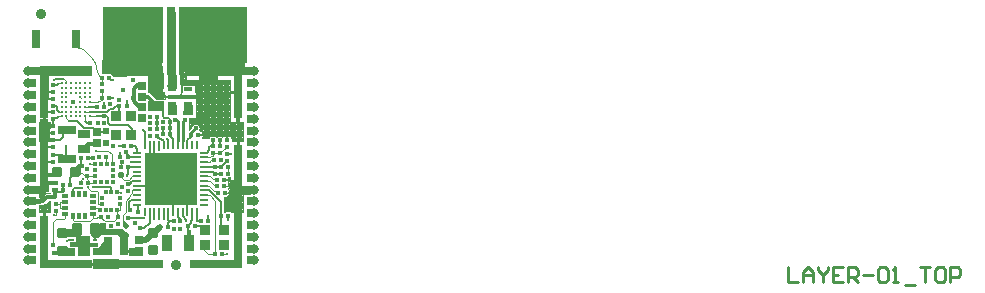
<source format=gtl>
G04*
G04 #@! TF.GenerationSoftware,Altium Limited,Altium Designer,19.0.10 (269)*
G04*
G04 Layer_Physical_Order=1*
G04 Layer_Color=255*
%FSLAX24Y24*%
%MOIN*%
G70*
G01*
G75*
%ADD10C,0.0100*%
%ADD11C,0.0079*%
%ADD12C,0.0118*%
%ADD13C,0.0039*%
%ADD16C,0.0059*%
%ADD19R,0.0315X0.0118*%
%ADD22R,0.0591X0.0295*%
%ADD25R,0.0787X0.1772*%
%ADD26R,0.0315X0.0748*%
G04:AMPARAMS|DCode=27|XSize=11.8mil|YSize=11.8mil|CornerRadius=0.3mil|HoleSize=0mil|Usage=FLASHONLY|Rotation=0.000|XOffset=0mil|YOffset=0mil|HoleType=Round|Shape=RoundedRectangle|*
%AMROUNDEDRECTD27*
21,1,0.0118,0.0112,0,0,0.0*
21,1,0.0112,0.0118,0,0,0.0*
1,1,0.0006,0.0056,-0.0056*
1,1,0.0006,-0.0056,-0.0056*
1,1,0.0006,-0.0056,0.0056*
1,1,0.0006,0.0056,0.0056*
%
%ADD27ROUNDEDRECTD27*%
%ADD28R,0.0276X0.0079*%
%ADD29R,0.0079X0.0276*%
G04:AMPARAMS|DCode=30|XSize=39.4mil|YSize=23.6mil|CornerRadius=0.6mil|HoleSize=0mil|Usage=FLASHONLY|Rotation=0.000|XOffset=0mil|YOffset=0mil|HoleType=Round|Shape=RoundedRectangle|*
%AMROUNDEDRECTD30*
21,1,0.0394,0.0224,0,0,0.0*
21,1,0.0382,0.0236,0,0,0.0*
1,1,0.0012,0.0191,-0.0112*
1,1,0.0012,-0.0191,-0.0112*
1,1,0.0012,-0.0191,0.0112*
1,1,0.0012,0.0191,0.0112*
%
%ADD30ROUNDEDRECTD30*%
%ADD31R,0.0118X0.0118*%
%ADD32R,0.0315X0.0630*%
G04:AMPARAMS|DCode=33|XSize=25.2mil|YSize=24mil|CornerRadius=0.6mil|HoleSize=0mil|Usage=FLASHONLY|Rotation=180.000|XOffset=0mil|YOffset=0mil|HoleType=Round|Shape=RoundedRectangle|*
%AMROUNDEDRECTD33*
21,1,0.0252,0.0228,0,0,180.0*
21,1,0.0240,0.0240,0,0,180.0*
1,1,0.0012,-0.0120,0.0114*
1,1,0.0012,0.0120,0.0114*
1,1,0.0012,0.0120,-0.0114*
1,1,0.0012,-0.0120,-0.0114*
%
%ADD33ROUNDEDRECTD33*%
%ADD38R,0.0236X0.0138*%
G04:AMPARAMS|DCode=39|XSize=35.4mil|YSize=51.2mil|CornerRadius=0.9mil|HoleSize=0mil|Usage=FLASHONLY|Rotation=270.000|XOffset=0mil|YOffset=0mil|HoleType=Round|Shape=RoundedRectangle|*
%AMROUNDEDRECTD39*
21,1,0.0354,0.0494,0,0,270.0*
21,1,0.0337,0.0512,0,0,270.0*
1,1,0.0018,-0.0247,-0.0168*
1,1,0.0018,-0.0247,0.0168*
1,1,0.0018,0.0247,0.0168*
1,1,0.0018,0.0247,-0.0168*
%
%ADD39ROUNDEDRECTD39*%
G04:AMPARAMS|DCode=40|XSize=31.5mil|YSize=31.5mil|CornerRadius=0.8mil|HoleSize=0mil|Usage=FLASHONLY|Rotation=0.000|XOffset=0mil|YOffset=0mil|HoleType=Round|Shape=RoundedRectangle|*
%AMROUNDEDRECTD40*
21,1,0.0315,0.0299,0,0,0.0*
21,1,0.0299,0.0315,0,0,0.0*
1,1,0.0016,0.0150,-0.0150*
1,1,0.0016,-0.0150,-0.0150*
1,1,0.0016,-0.0150,0.0150*
1,1,0.0016,0.0150,0.0150*
%
%ADD40ROUNDEDRECTD40*%
G04:AMPARAMS|DCode=41|XSize=19.7mil|YSize=19.7mil|CornerRadius=0.5mil|HoleSize=0mil|Usage=FLASHONLY|Rotation=90.000|XOffset=0mil|YOffset=0mil|HoleType=Round|Shape=RoundedRectangle|*
%AMROUNDEDRECTD41*
21,1,0.0197,0.0187,0,0,90.0*
21,1,0.0187,0.0197,0,0,90.0*
1,1,0.0010,0.0094,0.0094*
1,1,0.0010,0.0094,-0.0094*
1,1,0.0010,-0.0094,-0.0094*
1,1,0.0010,-0.0094,0.0094*
%
%ADD41ROUNDEDRECTD41*%
G04:AMPARAMS|DCode=42|XSize=11.8mil|YSize=11.8mil|CornerRadius=0.3mil|HoleSize=0mil|Usage=FLASHONLY|Rotation=90.000|XOffset=0mil|YOffset=0mil|HoleType=Round|Shape=RoundedRectangle|*
%AMROUNDEDRECTD42*
21,1,0.0118,0.0112,0,0,90.0*
21,1,0.0112,0.0118,0,0,90.0*
1,1,0.0006,0.0056,0.0056*
1,1,0.0006,0.0056,-0.0056*
1,1,0.0006,-0.0056,-0.0056*
1,1,0.0006,-0.0056,0.0056*
%
%ADD42ROUNDEDRECTD42*%
%ADD43R,0.0315X0.1496*%
%ADD44R,0.1102X0.0354*%
%ADD45R,0.1496X0.0315*%
%ADD46R,0.1772X0.0315*%
%ADD47R,0.0315X0.1772*%
%ADD48R,0.1772X0.0354*%
%ADD49C,0.0118*%
G04:AMPARAMS|DCode=50|XSize=35.4mil|YSize=31.5mil|CornerRadius=0.2mil|HoleSize=0mil|Usage=FLASHONLY|Rotation=0.000|XOffset=0mil|YOffset=0mil|HoleType=Round|Shape=RoundedRectangle|*
%AMROUNDEDRECTD50*
21,1,0.0354,0.0312,0,0,0.0*
21,1,0.0351,0.0315,0,0,0.0*
1,1,0.0003,0.0176,-0.0156*
1,1,0.0003,-0.0176,-0.0156*
1,1,0.0003,-0.0176,0.0156*
1,1,0.0003,0.0176,0.0156*
%
%ADD50ROUNDEDRECTD50*%
G04:AMPARAMS|DCode=51|XSize=35.4mil|YSize=31.5mil|CornerRadius=0.2mil|HoleSize=0mil|Usage=FLASHONLY|Rotation=90.000|XOffset=0mil|YOffset=0mil|HoleType=Round|Shape=RoundedRectangle|*
%AMROUNDEDRECTD51*
21,1,0.0354,0.0312,0,0,90.0*
21,1,0.0351,0.0315,0,0,90.0*
1,1,0.0003,0.0156,0.0176*
1,1,0.0003,0.0156,-0.0176*
1,1,0.0003,-0.0156,-0.0176*
1,1,0.0003,-0.0156,0.0176*
%
%ADD51ROUNDEDRECTD51*%
G04:AMPARAMS|DCode=52|XSize=35.4mil|YSize=51.2mil|CornerRadius=0.9mil|HoleSize=0mil|Usage=FLASHONLY|Rotation=0.000|XOffset=0mil|YOffset=0mil|HoleType=Round|Shape=RoundedRectangle|*
%AMROUNDEDRECTD52*
21,1,0.0354,0.0494,0,0,0.0*
21,1,0.0337,0.0512,0,0,0.0*
1,1,0.0018,0.0168,-0.0247*
1,1,0.0018,-0.0168,-0.0247*
1,1,0.0018,-0.0168,0.0247*
1,1,0.0018,0.0168,0.0247*
%
%ADD52ROUNDEDRECTD52*%
G04:AMPARAMS|DCode=53|XSize=31.5mil|YSize=31.5mil|CornerRadius=0.8mil|HoleSize=0mil|Usage=FLASHONLY|Rotation=90.000|XOffset=0mil|YOffset=0mil|HoleType=Round|Shape=RoundedRectangle|*
%AMROUNDEDRECTD53*
21,1,0.0315,0.0299,0,0,90.0*
21,1,0.0299,0.0315,0,0,90.0*
1,1,0.0016,0.0150,0.0150*
1,1,0.0016,0.0150,-0.0150*
1,1,0.0016,-0.0150,-0.0150*
1,1,0.0016,-0.0150,0.0150*
%
%ADD53ROUNDEDRECTD53*%
%ADD100C,0.0039*%
%ADD101R,0.0394X0.0709*%
%ADD102R,0.0177X0.0098*%
%ADD103R,0.0177X0.0138*%
%ADD104O,0.0197X0.0236*%
%ADD105C,0.0197*%
%ADD106R,0.1732X0.1732*%
%ADD107R,0.0276X0.0315*%
%ADD108R,0.0226X0.0138*%
%ADD109R,0.0138X0.0226*%
%ADD110R,0.0148X0.0138*%
%ADD111R,0.0138X0.0148*%
%ADD112C,0.0354*%
%ADD113C,0.0315*%
%ADD114C,0.0049*%
%ADD115C,0.0197*%
%ADD116C,0.0100*%
%ADD117C,0.0098*%
%ADD118C,0.0138*%
%ADD119C,0.0075*%
%ADD120C,0.0071*%
%ADD121C,0.0047*%
%ADD122C,0.0055*%
%ADD123C,0.0276*%
%ADD124C,0.0157*%
%ADD125R,0.0039X0.0236*%
%ADD126R,0.2008X0.0295*%
%ADD127R,0.1988X0.0256*%
%ADD128R,0.0472X0.0256*%
%ADD129R,0.0217X0.0197*%
%ADD130R,0.2067X0.0472*%
%ADD131R,0.2008X0.0472*%
%ADD132R,0.0406X0.0283*%
%ADD133R,0.0344X0.0581*%
%ADD134R,0.0394X0.0089*%
%ADD135R,0.0108X0.0787*%
%ADD136R,0.0315X0.0748*%
%ADD137R,0.0876X0.0325*%
%ADD138R,0.0315X0.0728*%
%ADD139R,0.0305X0.0266*%
%ADD140R,0.0130X0.0354*%
%ADD141R,0.0285X0.0482*%
%ADD142R,0.0315X0.0118*%
%ADD143R,0.0581X0.0266*%
%ADD144R,0.0266X0.0354*%
%ADD145R,0.0630X0.0325*%
%ADD146R,0.0541X0.0236*%
%ADD147R,0.0325X0.0157*%
%ADD148R,0.0108X0.0197*%
%ADD149C,0.0315*%
%ADD150C,0.0126*%
%ADD151C,0.0157*%
%ADD152C,0.0177*%
%ADD153C,0.0091*%
%ADD154C,0.0205*%
%ADD155C,0.0098*%
G36*
X5122Y4439D02*
X5108D01*
X5119Y4472D01*
X5122D01*
Y4439D01*
D02*
G37*
G36*
X5030D02*
X5012D01*
Y4472D01*
X5019D01*
X5030Y4439D01*
D02*
G37*
G36*
X3327Y1668D02*
X3169Y1599D01*
X3159D01*
X3150Y1791D01*
X3327Y1668D01*
D02*
G37*
G36*
X3356Y1348D02*
Y1250D01*
X3041D01*
X2992Y1299D01*
Y1309D01*
X2441D01*
X2323Y1191D01*
X2146D01*
X2077Y1378D01*
Y1496D01*
X2598Y1506D01*
X3120D01*
X3356Y1348D01*
D02*
G37*
G36*
X1772Y1201D02*
X1929Y1043D01*
X2323D01*
Y896D01*
X1378D01*
Y1053D01*
X1594D01*
Y1230D01*
X1309D01*
X1280Y1201D01*
X1171D01*
Y1339D01*
X1161Y1348D01*
X1772D01*
Y1201D01*
D02*
G37*
G36*
X2805Y620D02*
X2146D01*
Y856D01*
X2364D01*
X2490Y1073D01*
X2805D01*
Y620D01*
D02*
G37*
G36*
X1346Y856D02*
X1555D01*
Y610D01*
X1191D01*
Y925D01*
X1270D01*
X1346Y856D01*
D02*
G37*
G36*
X4492Y8718D02*
X4490Y8701D01*
Y7049D01*
X3987D01*
Y6772D01*
X3887D01*
Y7049D01*
X3286D01*
Y6929D01*
X3179D01*
Y6959D01*
X2785D01*
Y6959D01*
X2785D01*
X2776Y6969D01*
Y6969D01*
X2480D01*
Y8898D01*
X4492D01*
Y8718D01*
D02*
G37*
G36*
X4516Y6512D02*
Y6165D01*
X4498Y6165D01*
Y5817D01*
X4252D01*
X4045Y6024D01*
X4006D01*
Y6159D01*
X4008Y6161D01*
X4006Y6211D01*
X4008D01*
Y6941D01*
X4016Y6949D01*
X4492D01*
X4516Y6512D01*
D02*
G37*
G36*
X4644Y5632D02*
Y5317D01*
X4959D01*
Y5632D01*
X4644D01*
D02*
G37*
G36*
X5179Y5632D02*
Y5317D01*
X5494D01*
Y5632D01*
X5179D01*
D02*
G37*
G36*
X4644Y6173D02*
X4634Y6299D01*
X4951Y6323D01*
X4955Y6209D01*
Y6169D01*
X4644Y6173D01*
D02*
G37*
G36*
X7283Y7049D02*
X7246D01*
Y7049D01*
X7038D01*
Y6063D01*
X6938D01*
Y7049D01*
X6310D01*
Y6772D01*
X6210D01*
Y7049D01*
X5274D01*
Y6929D01*
X5024D01*
X5018Y7044D01*
Y8701D01*
X5016Y8718D01*
Y8898D01*
X7283D01*
Y7049D01*
D02*
G37*
D10*
X531Y1063D02*
Y2049D01*
Y3563D02*
Y4411D01*
Y2715D02*
Y3563D01*
X1260Y335D02*
X2246D01*
X531Y5077D02*
Y6063D01*
X3286Y6772D02*
X3937D01*
X5274D02*
X6260D01*
X6988Y1063D02*
Y2049D01*
Y2715D02*
Y3563D01*
Y4411D01*
X6260Y6494D02*
Y6772D01*
X6988Y5077D02*
Y6063D01*
X6731D02*
X6988D01*
X25315Y234D02*
Y-266D01*
X25648D01*
X25815D02*
Y67D01*
X25981Y234D01*
X26148Y67D01*
Y-266D01*
Y-16D01*
X25815D01*
X26315Y234D02*
Y151D01*
X26481Y-16D01*
X26648Y151D01*
Y234D01*
X26481Y-16D02*
Y-266D01*
X27148Y234D02*
X26814D01*
Y-266D01*
X27148D01*
X26814Y-16D02*
X26981D01*
X27314Y-266D02*
Y234D01*
X27564D01*
X27648Y151D01*
Y-16D01*
X27564Y-99D01*
X27314D01*
X27481D02*
X27648Y-266D01*
X27814Y-16D02*
X28147D01*
X28314Y151D02*
X28397Y234D01*
X28564D01*
X28647Y151D01*
Y-182D01*
X28564Y-266D01*
X28397D01*
X28314Y-182D01*
Y151D01*
X28814Y-266D02*
X28980D01*
X28897D01*
Y234D01*
X28814Y151D01*
X29230Y-349D02*
X29564D01*
X29730Y234D02*
X30063D01*
X29897D01*
Y-266D01*
X30480Y234D02*
X30313D01*
X30230Y151D01*
Y-182D01*
X30313Y-266D01*
X30480D01*
X30563Y-182D01*
Y151D01*
X30480Y234D01*
X30730Y-266D02*
Y234D01*
X30980D01*
X31063Y151D01*
Y-16D01*
X30980Y-99D01*
X30730D01*
D11*
X2224Y1457D02*
X2234Y1447D01*
Y1142D02*
Y1447D01*
X2559Y728D02*
X2559Y728D01*
X2234Y728D02*
X2559D01*
X1122Y748D02*
X1122Y748D01*
X1467D01*
Y945D02*
X1811D01*
X1392Y3203D02*
X1457Y3268D01*
X4734Y4872D02*
Y5079D01*
X4532Y5217D02*
X4677D01*
X4717Y5177D01*
Y5079D02*
Y5177D01*
X3075Y3888D02*
Y4026D01*
X3819Y4803D02*
X3888Y4734D01*
X4281Y4823D02*
X4291Y4833D01*
Y5030D01*
Y5236D01*
X3366Y3888D02*
X3632D01*
X2520Y5256D02*
X2618D01*
X2244D02*
X2520D01*
X837Y3976D02*
X1122D01*
X551Y6063D02*
X837D01*
X541Y6053D02*
X551Y6043D01*
X5423Y1703D02*
Y1772D01*
X5315Y1594D02*
X5423Y1703D01*
X5315Y1427D02*
Y1594D01*
X2736Y4970D02*
X3327D01*
X2677Y5030D02*
X2736Y4970D01*
X2677Y5030D02*
Y5197D01*
X2618Y5256D02*
X2677Y5197D01*
X3455Y4616D02*
Y4842D01*
X3327Y4970D02*
X3455Y4842D01*
X610Y5846D02*
X837D01*
X541Y6053D02*
Y6053D01*
X531Y6063D02*
X541Y6053D01*
X3632Y2313D02*
X3669Y2276D01*
X581Y3740D02*
X837D01*
X6968Y5030D02*
Y6063D01*
X3888Y4301D02*
Y4734D01*
X4675Y4301D02*
Y4474D01*
X5256Y1752D02*
Y1815D01*
X5248Y6634D02*
X5388D01*
X5256Y6697D02*
X5396D01*
X4498Y4862D02*
X4498Y4862D01*
Y4695D02*
Y4862D01*
X4734Y4872D02*
X4734Y4872D01*
X4518Y4307D02*
Y4432D01*
X4432Y4518D02*
X4518Y4432D01*
X4409Y4518D02*
X4432D01*
X4045Y3898D02*
X4045Y3898D01*
X4045Y3898D02*
Y4301D01*
X610Y5846D02*
X612Y5844D01*
X640Y5423D02*
X644Y5427D01*
Y5394D02*
X837D01*
X4394Y6898D02*
X4411Y6880D01*
X5413Y6683D02*
X5423Y6693D01*
X541Y6053D02*
X551Y6063D01*
X4203Y4026D02*
Y4196D01*
X5305Y2087D02*
Y2657D01*
X4833Y2087D02*
Y3130D01*
X6909Y5285D02*
X6909Y5285D01*
X4203Y1860D02*
Y2057D01*
X4358Y1843D02*
X4360Y1844D01*
Y2057D01*
X4518Y1844D02*
Y2057D01*
X5148Y1923D02*
Y2057D01*
Y1923D02*
X5256Y1815D01*
X6978Y4154D02*
X6998Y4134D01*
X4990Y1900D02*
Y2057D01*
Y1900D02*
X5049Y1841D01*
X3632Y2943D02*
X4114D01*
X3339Y3573D02*
X3632D01*
X4518Y2972D02*
X4754Y3209D01*
X4833Y3130D01*
X4203Y3760D02*
X4754Y3209D01*
X4833Y3130D02*
X5305Y2657D01*
X3730Y1526D02*
X3854D01*
X4045Y1717D01*
Y2057D01*
X5463Y1811D02*
Y2057D01*
X5423Y1772D02*
X5463Y1811D01*
X5581Y1594D02*
X5732D01*
X4380Y4547D02*
X4409Y4518D01*
X4291Y4587D02*
Y4616D01*
X4331Y4547D02*
X4380D01*
X4291Y4587D02*
X4301Y4577D01*
X4331Y4547D01*
X4632Y4518D02*
X4675Y4474D01*
X4734Y4596D02*
Y4872D01*
Y4596D02*
X4833Y4498D01*
Y4301D02*
Y4498D01*
X4675Y1791D02*
Y2057D01*
Y1791D02*
X4715Y1752D01*
X4852D01*
X4852Y1752D01*
X4665Y1555D02*
Y1703D01*
X4715Y1752D01*
X5659Y4626D02*
X5817D01*
X5659D02*
Y4626D01*
X4301Y4577D02*
Y4636D01*
X5049Y1742D02*
Y1841D01*
X3669Y2059D02*
Y2276D01*
X3317Y1860D02*
X3327Y1870D01*
X4484Y5264D02*
X4532Y5217D01*
X4484Y5264D02*
Y5476D01*
X4455Y5915D02*
X4801D01*
X4402Y5992D02*
X4467Y5927D01*
X3421Y4264D02*
X3545D01*
X3632Y4177D01*
Y4045D02*
Y4177D01*
X3037Y4264D02*
X3185D01*
X3031Y4258D02*
X3037Y4264D01*
X2840Y4275D02*
X2843D01*
X3311Y3888D02*
Y3982D01*
X3258Y4035D02*
X3311Y3982D01*
X3339Y3344D02*
Y3573D01*
X3287Y3293D02*
X3339Y3344D01*
X3415Y2470D02*
X3632D01*
X3346Y2402D02*
X3415Y2470D01*
X3346Y2185D02*
Y2402D01*
Y2185D02*
X3406Y2126D01*
X1768Y3616D02*
Y3878D01*
X1392Y2972D02*
Y3203D01*
X925Y2746D02*
X1167D01*
Y2972D01*
X1850Y945D02*
X2234D01*
X1732Y335D02*
X1850Y453D01*
X1614Y335D02*
X1732D01*
X1575Y374D02*
X1614Y335D01*
X1811Y945D02*
X1831Y925D01*
X3327Y1870D02*
X3848D01*
X3888Y1909D01*
X1992Y3878D02*
X2175D01*
X1738Y3616D02*
X1772Y3583D01*
X1122Y3976D02*
X1240Y3858D01*
D12*
X1102Y709D02*
X1122Y728D01*
X866Y709D02*
X1102D01*
X5337Y5915D02*
X5370D01*
X5071D02*
X5337D01*
X3661Y5610D02*
X3742D01*
X3514Y5758D02*
Y6171D01*
X3742Y5610D02*
X3791Y5561D01*
X3514Y6171D02*
X3632Y6289D01*
X3789D01*
X640Y3287D02*
X984D01*
X581Y2904D02*
X581Y2904D01*
X561Y3031D02*
X906D01*
X1850Y4193D02*
X2008Y4350D01*
X2244D01*
X6427Y1549D02*
X6504Y1472D01*
X4266Y5541D02*
Y5600D01*
X5344Y1093D02*
Y1417D01*
X3799Y5886D02*
X3996D01*
X4281Y5600D01*
X3514Y5758D02*
X3661Y5610D01*
X4864Y5915D02*
X5071D01*
X5337D02*
X5573D01*
D13*
X2434Y5778D02*
G03*
X2447Y5809I-31J31D01*
G01*
X2445Y5878D02*
G03*
X2447Y5892I-172J27D01*
G01*
X2313Y5728D02*
G03*
X2434Y5778I0J171D01*
G01*
X2303Y6762D02*
G03*
X2366Y6611I214J0D01*
G01*
X2303Y6762D02*
G03*
X2115Y7215I-642J0D01*
G01*
X1585Y7825D02*
G03*
X1668Y7623I285J0D01*
G01*
X1585Y7825D02*
G03*
X1640Y7690I190J0D01*
G01*
X1849Y7482D02*
G03*
X1734Y7530I-115J-115D01*
G01*
X365Y2285D02*
G03*
X396Y2293I-21J136D01*
G01*
Y2549D02*
G03*
X364Y2558I-51J-128D01*
G01*
X497Y2293D02*
G03*
X592Y2331I5J128D01*
G01*
X640Y2687D02*
G03*
X549Y2650I0J-128D01*
G01*
X640Y2687D02*
G03*
X549Y2650I0J-128D01*
G01*
X679Y4639D02*
G03*
X722Y4556I101J0D01*
G01*
X730Y4839D02*
G03*
X679Y4751I50J-88D01*
G01*
X719Y4875D02*
G03*
X730Y4839I62J0D01*
G01*
X742Y5036D02*
G03*
X719Y4987I38J-49D01*
G01*
X2841Y6586D02*
G03*
X2776Y6680I-101J0D01*
G01*
X4545Y5819D02*
G03*
X4507Y5831I-38J-56D01*
G01*
X6607Y2087D02*
G03*
X6540Y2061I0J-101D01*
G01*
X6673Y3186D02*
G03*
X6664Y3228I-101J0D01*
G01*
X6666Y3036D02*
G03*
X6673Y3074I-94J38D01*
G01*
X6605Y2559D02*
G03*
X6707Y2660I0J101D01*
G01*
X6683Y2979D02*
G03*
X6666Y3036I-101J0D01*
G01*
X6707Y2773D02*
G03*
X6680Y2841I-101J0D01*
G01*
X5808Y4528D02*
G03*
X5817Y4570I-92J42D01*
G01*
X6101Y4596D02*
G03*
X6039Y4534I0J-62D01*
G01*
X6486Y4574D02*
G03*
X6438Y4596I-48J-40D01*
G01*
X6270Y4561D02*
G03*
X6214Y4596I-56J-26D01*
G01*
X6326D02*
G03*
X6270Y4561I0J-62D01*
G01*
X6568Y4616D02*
G03*
X6486Y4574I0J-101D01*
G01*
X6777Y2069D02*
G03*
X6719Y2087I-58J-83D01*
G01*
X6781Y4515D02*
G03*
X6680Y4616I-101J0D01*
G01*
X5728Y4852D02*
G03*
X5436Y4880I-148J0D01*
G01*
X5817Y4682D02*
G03*
X5716Y4783I-101J0D01*
G01*
X5711D02*
G03*
X5728Y4852I-131J69D01*
G01*
X1654Y3366D02*
X1791D01*
X1889Y3268D01*
X1969D01*
X876Y1969D02*
X925D01*
X925Y1969D01*
X915Y1821D02*
X1191D01*
X827Y1732D02*
X915Y1821D01*
X1191D02*
X1240Y1870D01*
X2292Y2205D02*
X2377Y2120D01*
X2156Y2205D02*
X2292D01*
X2303Y1890D02*
X2441D01*
X3150Y1693D02*
X3248Y1594D01*
X3150Y1693D02*
Y1969D01*
X3248Y2067D01*
Y2442D01*
X3391Y2585D01*
Y2648D01*
X1199Y6508D02*
X1270Y6437D01*
X2447Y6293D02*
Y6323D01*
X1900Y5089D02*
Y5256D01*
X1014Y6358D02*
X1112D01*
X2057Y5256D02*
X2244D01*
X1900Y5728D02*
X1900D01*
X1270Y5197D02*
X1348Y5118D01*
X1270Y5197D02*
Y5256D01*
X1014Y5256D02*
X1112D01*
X1270Y6358D02*
Y6437D01*
X2447Y5892D02*
Y6057D01*
X1762Y5866D02*
Y5866D01*
X1024Y5413D02*
X1112D01*
X1900D02*
X2018D01*
X1900Y5571D02*
X2018D01*
X2447Y5809D02*
Y5880D01*
X2445Y5878D02*
X2447Y5880D01*
X2057Y5728D02*
X2313D01*
X2447Y6323D02*
Y6530D01*
X2447Y6323D02*
X2447Y6323D01*
X2366Y6611D02*
X2366Y6611D01*
X2447Y6530D01*
X1673Y7530D02*
X1734D01*
X1849Y7482D02*
X2115Y7215D01*
X3445Y2776D02*
X3455Y2785D01*
X3445Y2702D02*
Y2776D01*
X3455Y2785D02*
X3632D01*
X3391Y2648D02*
X3445Y2702D01*
X896Y2717D02*
X925Y2746D01*
X3455Y3258D02*
X3632D01*
X3346Y3150D02*
X3455Y3258D01*
X3189Y3150D02*
X3346D01*
X3130Y3209D02*
X3189Y3150D01*
X1063Y2402D02*
X1240D01*
X1063Y2205D02*
X1240D01*
X1063Y2402D02*
X1063Y2402D01*
X925Y2343D02*
X1063D01*
X1063Y2343D01*
X1063Y2205D02*
Y2402D01*
X1988Y3051D02*
Y3150D01*
X1969Y3169D02*
Y3268D01*
Y3169D02*
X1988Y3150D01*
X1969Y3268D02*
X1969Y3268D01*
X1988Y3248D01*
X3102Y3573D02*
Y3673D01*
X3110Y3681D01*
X2972Y2721D02*
X3086D01*
X3110Y2697D01*
X3076Y2131D02*
Y2323D01*
X3071Y2126D02*
X3076Y2131D01*
X2992Y1890D02*
Y1988D01*
X2972Y2008D02*
X2992Y1988D01*
X2972Y2008D02*
Y2106D01*
Y2126D02*
X3071D01*
X925Y1969D02*
Y2106D01*
X2539Y1457D02*
Y1634D01*
X2854Y1752D02*
X2992Y1890D01*
X2559Y1752D02*
X2854D01*
X2441Y1870D02*
X2559Y1752D01*
X2441Y1870D02*
Y1890D01*
X2185Y2008D02*
X2185D01*
X2047Y1772D02*
X2156Y1880D01*
X1516Y1772D02*
X2047D01*
X1496Y1791D02*
X1516Y1772D01*
X1496Y1791D02*
Y1929D01*
X2156Y1880D02*
X2293D01*
X2303Y1890D01*
X2362Y2323D02*
X2475D01*
X2343Y2343D02*
X2362Y2323D01*
X2343Y2343D02*
Y2736D01*
X2303Y2776D02*
X2343Y2736D01*
X1979Y3051D02*
X1988D01*
X1988Y2884D02*
Y2894D01*
Y2884D02*
X2072Y2800D01*
Y2800D02*
Y2800D01*
X2097Y2776D01*
X2303D01*
X1240Y1870D02*
Y1978D01*
X1250Y1988D01*
X827Y965D02*
Y1732D01*
X1240Y1978D02*
Y2008D01*
X2156Y1880D02*
Y2008D01*
X2047Y3661D02*
X2205D01*
X1988Y3051D02*
X2185D01*
X2224Y3091D01*
X1969Y3268D02*
X2205D01*
X2244Y4114D02*
X2677D01*
X2795Y3996D01*
Y3661D02*
Y3996D01*
X2598Y3661D02*
X2598Y3661D01*
Y3888D01*
X365Y2285D02*
X366Y2069D01*
X374D02*
Y2287D01*
X396Y2293D02*
X492D01*
X413Y2069D02*
Y2293D01*
X396Y2549D02*
X449D01*
X364Y2579D02*
X478D01*
X453Y2553D02*
Y2695D01*
X364Y2618D02*
X518D01*
X364Y2657D02*
X558D01*
X449Y2549D02*
X549Y2650D01*
X453Y2069D02*
Y2293D01*
X492Y2069D02*
Y2293D01*
X531Y2069D02*
Y2297D01*
X571Y2069D02*
Y2313D01*
X650Y2069D02*
Y2388D01*
X492Y2592D02*
Y2695D01*
X610Y2069D02*
Y2349D01*
X592Y2331D02*
X693Y2431D01*
X689Y2069D02*
Y2427D01*
X374Y2556D02*
Y2695D01*
X357Y5057D02*
X359Y4431D01*
X364Y2695D02*
X364Y2558D01*
X359Y4431D02*
X719D01*
X374D02*
Y5057D01*
X413Y4431D02*
Y5057D01*
X358Y4665D02*
X679D01*
X358Y4744D02*
X679D01*
X358Y4705D02*
X679D01*
X358Y4587D02*
X694D01*
X357Y4783D02*
X684D01*
X358Y4626D02*
X680D01*
X413Y2549D02*
Y2695D01*
X453Y4431D02*
Y5057D01*
X492Y4431D02*
Y5057D01*
X531Y2632D02*
Y2695D01*
X610Y4431D02*
Y5057D01*
X531Y4431D02*
Y5057D01*
X571Y4431D02*
Y5057D01*
X679Y4639D02*
Y4751D01*
X689Y4431D02*
Y4595D01*
X650Y4431D02*
Y5057D01*
X689Y4794D02*
Y5057D01*
X2265Y216D02*
X2892D01*
X2265Y200D02*
Y492D01*
Y256D02*
X2892D01*
X2265Y335D02*
X2892D01*
X2265Y295D02*
X2892D01*
X2265Y492D02*
X2892D01*
X2265Y492D02*
X2892D01*
X2265D02*
X2892D01*
X2265Y374D02*
X2892D01*
X2265Y453D02*
X2892D01*
X2265Y413D02*
X2892D01*
X2657Y200D02*
Y492D01*
X2539Y200D02*
Y492D01*
X2579Y200D02*
Y492D01*
X2892Y200D02*
Y492D01*
X2815Y200D02*
Y492D01*
X2854Y200D02*
Y492D01*
X2382Y200D02*
Y492D01*
X2303Y200D02*
Y492D01*
X2342Y200D02*
Y492D01*
X2265Y200D02*
X2892D01*
X2500D02*
Y492D01*
X2421Y200D02*
Y492D01*
X2461Y200D02*
Y492D01*
X365Y2185D02*
X728D01*
X365Y2264D02*
X728D01*
X365Y2224D02*
X728D01*
X366Y2069D02*
X728D01*
X366Y2146D02*
X728D01*
X366Y2106D02*
X728D01*
X358Y4468D02*
X719D01*
X358Y4547D02*
X720D01*
X358Y4508D02*
X719D01*
X551Y2303D02*
X728D01*
X364Y2695D02*
X728D01*
X604Y2342D02*
X728D01*
X2618Y200D02*
Y492D01*
X728Y2069D02*
Y2431D01*
X728Y2069D02*
Y2431D01*
X2776Y200D02*
Y492D01*
X2697Y200D02*
Y492D01*
X2736Y200D02*
Y492D01*
X693Y2431D02*
X728D01*
X719Y4431D02*
Y4534D01*
X643Y2382D02*
X728D01*
X683Y2421D02*
X728D01*
X640Y2687D02*
X728D01*
X357Y4823D02*
X709D01*
X357Y4941D02*
X719D01*
Y4875D02*
Y4987D01*
X357Y4862D02*
X720D01*
X357Y4901D02*
X719D01*
X357Y4980D02*
X719D01*
X357Y5020D02*
X728D01*
X357Y5057D02*
X737D01*
X728Y5021D02*
Y5057D01*
X4350Y5831D02*
Y6067D01*
X4293D02*
X4295Y5831D01*
X4311D02*
Y6067D01*
X4468Y5831D02*
Y6067D01*
X4390Y5831D02*
Y6067D01*
X4429Y5831D02*
Y6067D01*
X2841Y6585D02*
X3266D01*
X2840Y6594D02*
X3266D01*
X2828Y6634D02*
X3266D01*
X4293Y6067D02*
X4507D01*
X2776Y6713D02*
X3266D01*
X2790Y6673D02*
X3266D01*
X2854Y6585D02*
Y6841D01*
X2776Y6680D02*
Y6930D01*
X2815Y6653D02*
Y6841D01*
X2972Y6585D02*
Y6841D01*
X2894Y6585D02*
Y6841D01*
X2933Y6585D02*
Y6841D01*
X2785D02*
X3179D01*
X2776Y6680D02*
Y6930D01*
X2785Y6841D02*
Y6930D01*
X2776Y6752D02*
X3266D01*
X2776Y6831D02*
X3266D01*
X2776Y6791D02*
X3266D01*
X3090Y6585D02*
Y6841D01*
X3012Y6585D02*
Y6841D01*
X3051Y6585D02*
Y6841D01*
X3130Y6585D02*
Y6841D01*
X3169Y6585D02*
Y6841D01*
X3266Y6585D02*
Y6930D01*
X3248Y6585D02*
Y6930D01*
X3179Y6841D02*
Y6930D01*
X3209Y6585D02*
Y6930D01*
X3179Y6870D02*
X3266D01*
X3179Y6930D02*
X3266D01*
X3179Y6909D02*
X3266D01*
X4295Y5831D02*
X4507D01*
X4508Y5831D02*
Y6067D01*
X4545Y5819D02*
Y5941D01*
X4294Y5886D02*
X4545D01*
X4294Y5846D02*
X4545D01*
X4293Y6004D02*
X4520D01*
X4293Y6043D02*
X4520D01*
Y5988D02*
Y6068D01*
X4294Y5925D02*
X4545D01*
X4294Y5964D02*
X4544D01*
X4543Y5988D02*
X4545Y5941D01*
X5081Y5860D02*
Y5988D01*
X5057Y5860D02*
Y5988D01*
X5059Y5860D02*
Y5988D01*
X5081D02*
Y6073D01*
X5083D02*
X5120D01*
Y6289D01*
X5083Y6083D02*
X5120D01*
X5083Y6161D02*
X5120D01*
X5083Y6122D02*
X5120D01*
X5083Y6240D02*
X5120D01*
X5083Y6201D02*
X5120D01*
X5083Y6279D02*
X5120D01*
Y6289D02*
X5553D01*
X5061Y6555D02*
X5254D01*
X5041Y6930D02*
X5071Y6354D01*
X5059Y6585D02*
Y6930D01*
X5058Y6594D02*
X5254D01*
X5054Y6673D02*
X5254D01*
X5056Y6634D02*
X5254D01*
X5044Y6870D02*
X5254D01*
X5041Y6930D02*
X5254D01*
X5042Y6909D02*
X5254D01*
X5050Y6752D02*
X5254D01*
X5052Y6713D02*
X5254D01*
X5046Y6831D02*
X5254D01*
X5048Y6791D02*
X5254D01*
X5083Y6073D02*
Y6354D01*
X5098Y6073D02*
Y6930D01*
X5138Y6289D02*
Y6930D01*
X5083Y6319D02*
X6711D01*
X5177Y6289D02*
Y6930D01*
X5216Y6289D02*
Y6930D01*
X5065Y6476D02*
X5254D01*
X5063Y6516D02*
X5254D01*
Y6475D02*
Y6930D01*
X5069Y6398D02*
X6711D01*
X5071Y6358D02*
X6711D01*
X5067Y6437D02*
X6711D01*
X6594Y2086D02*
Y2559D01*
X6540Y2061D02*
Y2559D01*
X6555Y2072D02*
Y2559D01*
X6607Y2087D02*
X6719D01*
X6634D02*
Y2563D01*
X6540Y2559D02*
X6605D01*
X6671Y3051D02*
X6711D01*
X6673Y2087D02*
Y2585D01*
X6683Y2867D02*
Y2979D01*
X6707Y2660D02*
Y2773D01*
X6752Y2081D02*
Y2695D01*
X6713Y2087D02*
Y2695D01*
X6678Y3012D02*
X6711D01*
X6673Y3023D02*
Y3070D01*
X6673Y3074D02*
Y3186D01*
Y3130D02*
X6711D01*
X6673Y3090D02*
X6711D01*
X6671Y3209D02*
X6711D01*
X6673Y3169D02*
X6711D01*
X5846Y4528D02*
Y6475D01*
X5886Y4528D02*
Y6475D01*
X5808Y4528D02*
X6039D01*
X5925D02*
Y6475D01*
X6004Y4528D02*
Y6475D01*
X5814Y4547D02*
X6041D01*
X5817Y4570D02*
Y4682D01*
X5964Y4528D02*
Y6475D01*
X5817Y4587D02*
X6068D01*
X6043Y4556D02*
Y6475D01*
X6664Y3228D02*
X6711D01*
X6673Y3190D02*
Y3228D01*
X6711Y2695D02*
Y3228D01*
X6279Y4576D02*
Y6475D01*
X6083Y4594D02*
Y6475D01*
X6240Y4591D02*
Y6475D01*
X6247Y4587D02*
X6292D01*
X6319Y4596D02*
Y6475D01*
X6476Y4583D02*
Y6475D01*
X6540Y2224D02*
X7171D01*
X6540Y2303D02*
X7171D01*
X6540Y2264D02*
X7171D01*
X6540Y2106D02*
X7171D01*
X6540Y2185D02*
X7171D01*
X6540Y2146D02*
X7171D01*
X6540Y2461D02*
X7171D01*
X6540Y2539D02*
X7171D01*
X6540Y2500D02*
X7171D01*
X6540Y2342D02*
X7171D01*
X6540Y2421D02*
X7171D01*
X6540Y2382D02*
X7171D01*
X6791Y2069D02*
Y2695D01*
X6831Y2069D02*
Y2695D01*
X6777Y2069D02*
X7171D01*
X6870D02*
Y2695D01*
X7067Y2069D02*
Y2695D01*
X6988Y2069D02*
Y2695D01*
X7027Y2069D02*
Y2695D01*
X6665Y2579D02*
X7171D01*
X6697Y2618D02*
X7171D01*
X6707Y2657D02*
X7171D01*
X7106Y2069D02*
Y2695D01*
X6781Y4431D02*
Y4515D01*
X6831Y4431D02*
Y5057D01*
X6870Y4431D02*
Y5057D01*
X6909Y2069D02*
Y2695D01*
X6711D02*
X7171D01*
X6781Y4431D02*
X7171D01*
X6752Y4586D02*
Y5057D01*
X6791Y4431D02*
Y5057D01*
X6781Y4508D02*
X7171D01*
X6781Y4468D02*
X7171D01*
X6752Y4587D02*
X7171D01*
X6776Y4547D02*
X7171D01*
X6949Y2069D02*
Y2695D01*
X6909Y4431D02*
Y5057D01*
X7171Y2069D02*
Y2695D01*
X7146Y2069D02*
Y2695D01*
X7027Y4431D02*
Y5057D01*
X6949Y4431D02*
Y5057D01*
X6988Y4431D02*
Y5057D01*
X7146Y4431D02*
Y5057D01*
X7171Y4431D02*
Y5057D01*
X7067Y4431D02*
Y5057D01*
X7106Y4431D02*
Y5057D01*
X5374Y4862D02*
X5418D01*
X5374Y4818D02*
Y5192D01*
X5413Y4858D02*
Y5192D01*
X5374Y4818D02*
X5436Y4880D01*
X5374Y4901D02*
X5441D01*
X5374Y4941D02*
X5463D01*
X5453Y4926D02*
Y5191D01*
X5492Y4970D02*
Y5191D01*
X5374Y4980D02*
X5507D01*
X5374Y5192D02*
X5593Y5190D01*
X5728Y4783D02*
Y4848D01*
X6101Y4596D02*
X6214D01*
X6326D02*
X6438D01*
X6516Y4602D02*
Y6475D01*
X5571Y5000D02*
Y5191D01*
X5531Y4992D02*
Y5191D01*
X5553Y6073D02*
Y6289D01*
X5591Y5813D02*
X5592Y5758D01*
X5593Y5190D01*
X5553Y6073D02*
X5593D01*
Y5758D02*
Y6073D01*
X5571D02*
Y6475D01*
X5492Y6289D02*
Y6475D01*
X5531Y6289D02*
Y6475D01*
X5689Y4953D02*
Y6475D01*
X5610Y4997D02*
Y6475D01*
X5650Y4983D02*
Y6475D01*
X5335Y6289D02*
Y6475D01*
X5256Y6289D02*
Y6475D01*
X5295Y6289D02*
Y6475D01*
X5453Y6289D02*
Y6475D01*
X5374Y6289D02*
Y6475D01*
X5413Y6289D02*
Y6475D01*
X6201Y4596D02*
Y6475D01*
X6122Y4596D02*
Y6475D01*
X6161Y4596D02*
Y6475D01*
X6437Y4596D02*
Y6475D01*
X6358Y4596D02*
Y6475D01*
X6398Y4596D02*
Y6475D01*
X5807Y4726D02*
Y6475D01*
X5728Y4857D02*
Y6475D01*
X5768Y4769D02*
Y6475D01*
X6594Y4616D02*
Y6475D01*
X6634Y4616D02*
Y6475D01*
X6555Y4615D02*
Y6475D01*
X5374Y5138D02*
X6711D01*
X5374Y5177D02*
X6711D01*
X5593Y5216D02*
X6711D01*
X5374Y5020D02*
X7171D01*
X5374Y5098D02*
X6711D01*
X5374Y5059D02*
X6711D01*
X5593Y5374D02*
X6711D01*
X5592Y5453D02*
X6711D01*
X5593Y5413D02*
X6711D01*
X5593Y5256D02*
X6711D01*
X5593Y5335D02*
X6711D01*
X5593Y5295D02*
X6711D01*
X6568Y4616D02*
X6680D01*
X5817Y4626D02*
X7171D01*
X6713Y4611D02*
Y5057D01*
X5817Y4665D02*
X7171D01*
X5796Y4744D02*
X7171D01*
X5814Y4705D02*
X7171D01*
X5699Y4941D02*
X7171D01*
X5655Y4980D02*
X7171D01*
X6711Y5057D02*
X7171D01*
X5720Y4783D02*
X7171D01*
X5725Y4823D02*
X7171D01*
X5720Y4901D02*
X7171D01*
X5728Y4862D02*
X7171D01*
X5592Y5650D02*
X6711D01*
X5592Y5728D02*
X6711D01*
X5592Y5689D02*
X6711D01*
X5592Y5531D02*
X6711D01*
X5592Y5610D02*
X6711D01*
X5592Y5571D02*
X6711D01*
X5553Y6240D02*
X6711D01*
X5254Y6475D02*
X6711D01*
X5553Y6279D02*
X6711D01*
X5553Y6122D02*
X6711D01*
X5553Y6083D02*
X6711D01*
X5553Y6201D02*
X6711D01*
X5553Y6161D02*
X6711D01*
X5592Y5492D02*
X6711D01*
X6673Y4616D02*
Y6475D01*
X6711Y5057D02*
Y6475D01*
X5593Y5768D02*
X6711D01*
X5593Y5807D02*
X6711D01*
X5593Y5846D02*
X6711D01*
X5593Y5925D02*
X6711D01*
X5593Y5886D02*
X6711D01*
X5593Y6004D02*
X6711D01*
X5593Y5964D02*
X6711D01*
X5593Y6043D02*
X6711D01*
D16*
X2018Y5571D02*
G03*
X2041Y5561I24J24D01*
G01*
X2146Y2913D02*
X2717D01*
X1782Y2884D02*
Y2884D01*
X1781Y2884D02*
X1782Y2884D01*
X1555Y2884D02*
X1781D01*
X1496Y2825D02*
X1555Y2884D01*
X1496Y2662D02*
Y2825D01*
X1299Y1102D02*
X1339Y1142D01*
X1467D01*
X888Y6508D02*
X1199D01*
X856Y6476D02*
X888Y6508D01*
X2683Y6530D02*
X2746Y6467D01*
X2815D01*
X1348Y3947D02*
X1506D01*
X837Y6299D02*
X955D01*
X3041Y5325D02*
Y5556D01*
X1161Y4567D02*
Y4685D01*
X1073Y4478D02*
X1161Y4567D01*
X837Y4478D02*
X1073D01*
X955Y6299D02*
X1014Y6358D01*
X6382Y4478D02*
X6388Y4472D01*
Y4272D02*
Y4472D01*
X5876Y4045D02*
X5955D01*
X5994Y1781D02*
Y1929D01*
X5640Y1781D02*
X5738D01*
X5620Y1801D02*
X5640Y1781D01*
X5620Y1801D02*
Y2057D01*
X2894Y5349D02*
X2936Y5308D01*
X650Y4242D02*
X846D01*
X630Y4350D02*
X640Y4360D01*
X3278Y5600D02*
Y5758D01*
X5732Y1594D02*
X5854Y1472D01*
X6624Y4016D02*
X6762D01*
X5876Y3415D02*
X6152D01*
X6240Y3327D01*
Y3346D02*
X6423D01*
Y3327D02*
X6443Y3346D01*
X6516Y3130D02*
X6661D01*
X6624Y4459D02*
Y4606D01*
X955Y5610D02*
X974Y5591D01*
X837Y5610D02*
X955D01*
X3406Y3012D02*
X3425Y3031D01*
Y3071D01*
X3455Y3100D01*
X3317Y3012D02*
X3406D01*
X3455Y3100D02*
X3632D01*
X6093Y3583D02*
X6230D01*
X6083Y3573D02*
X6093Y3583D01*
X5876Y3573D02*
X6083D01*
X6427Y3583D02*
X6437Y3573D01*
X6230Y3583D02*
X6417D01*
X6427D01*
X6437Y3573D02*
X6624Y3760D01*
Y3780D01*
X6043Y4242D02*
X6073Y4272D01*
X5955Y4045D02*
X6043Y4134D01*
X6073Y4272D02*
X6161D01*
X6171D01*
X6161D02*
Y4469D01*
X6043Y4134D02*
Y4242D01*
X2018Y5413D02*
X2631D01*
X2041Y5561D02*
X2303D01*
X974Y5463D02*
X1024Y5413D01*
X974Y5463D02*
Y5591D01*
X2539Y5561D02*
Y5717D01*
X1161Y4685D02*
X1270Y4793D01*
X1504Y3945D02*
X1506Y3947D01*
X1504Y3906D02*
Y3945D01*
X3415Y3730D02*
X3632D01*
X2631Y5413D02*
X2736Y5518D01*
X2831D01*
X2913Y5600D01*
X3041D01*
X2811Y5880D02*
X2815Y5876D01*
X2683Y5880D02*
X2811D01*
X2776Y2721D02*
Y2854D01*
X2717Y2913D02*
X2776Y2854D01*
X2146Y2894D02*
Y2913D01*
X1260Y3878D02*
Y4262D01*
X1240Y3858D02*
X1260Y3878D01*
D19*
X4801Y5915D02*
D03*
Y5659D02*
D03*
Y6171D02*
D03*
X5337Y5659D02*
D03*
Y6171D02*
D03*
Y5915D02*
D03*
D22*
X1289Y4793D02*
D03*
Y3829D02*
D03*
D25*
X3100Y7972D02*
D03*
X6407D02*
D03*
D26*
X4754Y8524D02*
D03*
D27*
X6157Y4478D02*
D03*
X6382D02*
D03*
X2362Y3898D02*
D03*
X2598D02*
D03*
X2677Y1890D02*
D03*
X2441D02*
D03*
X1992Y3878D02*
D03*
X1768D02*
D03*
X1392Y2972D02*
D03*
X1167D02*
D03*
X6230Y679D02*
D03*
X6467D02*
D03*
X5994Y1781D02*
D03*
X5758D02*
D03*
X6516Y3130D02*
D03*
X6280D02*
D03*
X6289Y2923D02*
D03*
X6526D02*
D03*
X6181Y3789D02*
D03*
X6417D02*
D03*
X6673Y3573D02*
D03*
X6437D02*
D03*
X3421Y4264D02*
D03*
X3185D02*
D03*
X3311Y3888D02*
D03*
X3075D02*
D03*
X3102Y3573D02*
D03*
X3339D02*
D03*
X5423Y4626D02*
D03*
X5659D02*
D03*
X4291Y4616D02*
D03*
X4055D02*
D03*
X4480Y5079D02*
D03*
X4717D02*
D03*
X4736Y4870D02*
D03*
X4500D02*
D03*
Y4661D02*
D03*
X4736D02*
D03*
X4281Y4823D02*
D03*
X4045D02*
D03*
X4055Y5030D02*
D03*
X4291D02*
D03*
Y5236D02*
D03*
X4055D02*
D03*
X6663Y1929D02*
D03*
X6427D02*
D03*
X1752Y3051D02*
D03*
X1988D02*
D03*
X3278Y5600D02*
D03*
X3041D02*
D03*
X2303Y5561D02*
D03*
X2539D02*
D03*
X2313Y5020D02*
D03*
X2077D02*
D03*
X2447Y5880D02*
D03*
X2683D02*
D03*
Y6530D02*
D03*
X2447D02*
D03*
X6325Y2717D02*
D03*
X6549D02*
D03*
X6443Y3346D02*
D03*
X6667D02*
D03*
X5315Y1594D02*
D03*
X5551D02*
D03*
X2776Y1614D02*
D03*
X2539D02*
D03*
D28*
X5876Y2313D02*
D03*
Y2628D02*
D03*
Y2943D02*
D03*
Y3258D02*
D03*
Y3573D02*
D03*
Y3888D02*
D03*
Y4045D02*
D03*
Y3730D02*
D03*
Y3415D02*
D03*
Y3100D02*
D03*
Y2785D02*
D03*
Y2470D02*
D03*
X3632Y3888D02*
D03*
Y3573D02*
D03*
Y3258D02*
D03*
Y2943D02*
D03*
Y2628D02*
D03*
Y2313D02*
D03*
Y2470D02*
D03*
Y2785D02*
D03*
Y3100D02*
D03*
Y3415D02*
D03*
Y3730D02*
D03*
Y4045D02*
D03*
D29*
X5463Y4301D02*
D03*
X5148D02*
D03*
X4833D02*
D03*
X4518D02*
D03*
X4203D02*
D03*
X3888D02*
D03*
X4045D02*
D03*
X4360D02*
D03*
X4675D02*
D03*
X4990D02*
D03*
X5305D02*
D03*
X5620D02*
D03*
X4045Y2057D02*
D03*
X4360D02*
D03*
X4675D02*
D03*
X4990D02*
D03*
X5305D02*
D03*
X5620D02*
D03*
X5463D02*
D03*
X5148D02*
D03*
X4833D02*
D03*
X4518D02*
D03*
X4203D02*
D03*
X3888Y2057D02*
D03*
D30*
X1870Y4665D02*
D03*
Y4173D02*
D03*
D31*
X2447Y6323D02*
D03*
Y6087D02*
D03*
D32*
X3199Y935D02*
D03*
X2648D02*
D03*
X246Y7825D02*
D03*
X1585D02*
D03*
D33*
X2283Y4370D02*
D03*
Y4744D02*
D03*
X3799Y5886D02*
D03*
Y6260D02*
D03*
X3789Y5187D02*
D03*
Y5561D02*
D03*
X3701Y1132D02*
D03*
Y758D02*
D03*
D38*
X906Y3041D02*
D03*
Y2785D02*
D03*
D39*
X4260Y5594D02*
D03*
Y6343D02*
D03*
D40*
X2230Y1532D02*
D03*
X1640D02*
D03*
X1565Y3386D02*
D03*
X974D02*
D03*
D41*
X2589Y4370D02*
D03*
Y4764D02*
D03*
D42*
X2992Y1890D02*
D03*
Y1654D02*
D03*
X925Y2343D02*
D03*
Y2106D02*
D03*
X5059Y1516D02*
D03*
Y1752D02*
D03*
X4852D02*
D03*
Y1516D02*
D03*
X3317Y2776D02*
D03*
Y3012D02*
D03*
X6398Y4272D02*
D03*
Y4035D02*
D03*
X6624Y4459D02*
D03*
Y4222D02*
D03*
X6171Y4035D02*
D03*
Y4272D02*
D03*
X5238Y5140D02*
D03*
Y5376D02*
D03*
X4900D02*
D03*
Y5140D02*
D03*
X1969Y3268D02*
D03*
Y3504D02*
D03*
X837Y4931D02*
D03*
Y4695D02*
D03*
Y5846D02*
D03*
Y5610D02*
D03*
X2520Y5256D02*
D03*
Y5020D02*
D03*
X837Y6299D02*
D03*
Y6063D02*
D03*
Y5394D02*
D03*
Y5157D02*
D03*
X6624Y3780D02*
D03*
Y4016D02*
D03*
X6230Y3583D02*
D03*
Y3346D02*
D03*
X837Y3740D02*
D03*
Y3976D02*
D03*
Y4478D02*
D03*
Y4242D02*
D03*
D43*
X6988Y3563D02*
D03*
X531D02*
D03*
D44*
X3937Y6772D02*
D03*
D45*
X3760Y335D02*
D03*
D46*
X6260D02*
D03*
X1260D02*
D03*
D47*
X6988Y1063D02*
D03*
Y6063D02*
D03*
X531D02*
D03*
Y1063D02*
D03*
D48*
X6260Y6772D02*
D03*
X1260D02*
D03*
D49*
X1112Y6358D02*
D03*
X1270D02*
D03*
X1427D02*
D03*
X1585D02*
D03*
X1742D02*
D03*
X1900D02*
D03*
X2057D02*
D03*
X1112Y6201D02*
D03*
X1270D02*
D03*
X1427D02*
D03*
X1585D02*
D03*
X1742D02*
D03*
X1900D02*
D03*
X2057D02*
D03*
X1112Y6043D02*
D03*
X1270D02*
D03*
X1427D02*
D03*
X1585D02*
D03*
X1742D02*
D03*
X1900D02*
D03*
X2057D02*
D03*
X1112Y5886D02*
D03*
X1270D02*
D03*
X1742D02*
D03*
X1900D02*
D03*
X2057D02*
D03*
X1112Y5728D02*
D03*
X1270D02*
D03*
X1742D02*
D03*
X1900D02*
D03*
X2057D02*
D03*
X1112Y5571D02*
D03*
X1270D02*
D03*
X1427D02*
D03*
X1585D02*
D03*
X1742D02*
D03*
X1900D02*
D03*
X1112Y5413D02*
D03*
X1270D02*
D03*
X1427D02*
D03*
X1585D02*
D03*
X1742D02*
D03*
X1900D02*
D03*
X1112Y5256D02*
D03*
X1270D02*
D03*
X1427D02*
D03*
X1585D02*
D03*
X1742D02*
D03*
X1900D02*
D03*
X2057D02*
D03*
X2579Y6890D02*
D03*
X1811Y3179D02*
D03*
X1235Y2598D02*
D03*
X2475Y2520D02*
D03*
X1890Y2608D02*
D03*
X2820Y3465D02*
D03*
X1392Y2972D02*
D03*
X925Y2343D02*
D03*
X876Y1969D02*
D03*
X681Y2342D02*
D03*
X1240Y2205D02*
D03*
X610Y1506D02*
D03*
X1693Y1949D02*
D03*
X1762Y945D02*
D03*
X1949D02*
D03*
Y758D02*
D03*
X1762D02*
D03*
X2146Y2008D02*
D03*
X2815Y3071D02*
D03*
X3110Y2697D02*
D03*
X2579Y2717D02*
D03*
X4724Y839D02*
D03*
X4256Y882D02*
D03*
X4075Y705D02*
D03*
X591Y4636D02*
D03*
X600Y4833D02*
D03*
X2579Y6728D02*
D03*
X630Y1886D02*
D03*
X4035Y6870D02*
D03*
X4026Y6673D02*
D03*
X4252D02*
D03*
Y6860D02*
D03*
X4411Y6880D02*
D03*
X4417Y6681D02*
D03*
X610Y3986D02*
D03*
X443D02*
D03*
X423Y4636D02*
D03*
Y4823D02*
D03*
X413Y5030D02*
D03*
X423Y2638D02*
D03*
X433Y1496D02*
D03*
X484Y1713D02*
D03*
X610Y1191D02*
D03*
X433Y443D02*
D03*
Y246D02*
D03*
X659D02*
D03*
X972Y256D02*
D03*
X2067Y246D02*
D03*
X3120D02*
D03*
X3533D02*
D03*
X3996Y256D02*
D03*
X4409Y236D02*
D03*
X5472Y266D02*
D03*
X5797D02*
D03*
X6122Y246D02*
D03*
X6457D02*
D03*
X7067Y561D02*
D03*
X6890D02*
D03*
X7067Y906D02*
D03*
X6900Y915D02*
D03*
X6587Y2512D02*
D03*
X6594Y2156D02*
D03*
X6831Y2825D02*
D03*
X7037D02*
D03*
X7106Y4478D02*
D03*
X6890Y4469D02*
D03*
X6909Y4715D02*
D03*
X7116Y4724D02*
D03*
X7087Y5246D02*
D03*
X6890Y5256D02*
D03*
X7087Y5443D02*
D03*
X6900Y5453D02*
D03*
X7087Y6270D02*
D03*
X7077Y6526D02*
D03*
X6890D02*
D03*
X7087Y5984D02*
D03*
X3819Y4803D02*
D03*
X6772Y4882D02*
D03*
X6417Y4646D02*
D03*
X6142D02*
D03*
X5988Y4571D02*
D03*
X3199Y6880D02*
D03*
X3169Y6663D02*
D03*
X669Y6211D02*
D03*
Y5965D02*
D03*
X551Y5689D02*
D03*
Y5443D02*
D03*
X610Y5039D02*
D03*
X630Y2874D02*
D03*
X2815Y5876D02*
D03*
X837Y5157D02*
D03*
X2815Y6467D02*
D03*
X6663Y1791D02*
D03*
X6614Y679D02*
D03*
X3031Y4258D02*
D03*
X6634Y886D02*
D03*
X6427Y1073D02*
D03*
X5955Y1407D02*
D03*
X5758Y1781D02*
D03*
X4181Y5996D02*
D03*
X2844Y6880D02*
D03*
X4516Y1839D02*
D03*
X1996Y6724D02*
D03*
X630Y955D02*
D03*
X4537Y1043D02*
D03*
X4504Y831D02*
D03*
X4291Y4616D02*
D03*
X2589Y4370D02*
D03*
X1969Y3504D02*
D03*
X4500Y4870D02*
D03*
X4480Y5079D02*
D03*
X4055Y5236D02*
D03*
X4045Y4823D02*
D03*
X4055Y4616D02*
D03*
X2067Y423D02*
D03*
X5059Y1752D02*
D03*
X6476Y4951D02*
D03*
X3760Y6870D02*
D03*
X453Y945D02*
D03*
X2313Y5020D02*
D03*
X6900Y3120D02*
D03*
Y3346D02*
D03*
Y3622D02*
D03*
X7083Y4039D02*
D03*
X4291Y5236D02*
D03*
X4055Y5030D02*
D03*
X4281Y4823D02*
D03*
X3829Y5167D02*
D03*
X6417Y3789D02*
D03*
X6673Y3130D02*
D03*
X7077Y246D02*
D03*
X6722Y433D02*
D03*
X6112Y423D02*
D03*
X4390D02*
D03*
X3986Y433D02*
D03*
X3533Y423D02*
D03*
X3110Y433D02*
D03*
X972Y429D02*
D03*
X659Y433D02*
D03*
X5472Y423D02*
D03*
X620Y728D02*
D03*
X433D02*
D03*
Y1181D02*
D03*
X620Y3770D02*
D03*
X600Y4380D02*
D03*
X7077Y1230D02*
D03*
X7067Y1594D02*
D03*
X7077Y1890D02*
D03*
X6890D02*
D03*
X6900Y3937D02*
D03*
Y4232D02*
D03*
X7116Y4970D02*
D03*
X7087Y5738D02*
D03*
X6900Y4990D02*
D03*
Y5984D02*
D03*
Y6270D02*
D03*
X6969Y6772D02*
D03*
X6756Y6874D02*
D03*
X5323D02*
D03*
X6762Y4016D02*
D03*
X6624Y4596D02*
D03*
X3317Y2776D02*
D03*
X6909Y1240D02*
D03*
X3278Y5758D02*
D03*
X3435Y5364D02*
D03*
X5260Y1752D02*
D03*
X7077Y4222D02*
D03*
X6772Y2146D02*
D03*
X5994Y1929D02*
D03*
X6693Y2717D02*
D03*
X5817Y4626D02*
D03*
X3425Y3730D02*
D03*
X6683Y2933D02*
D03*
X4360Y4144D02*
D03*
X6900Y5738D02*
D03*
X2968Y4626D02*
D03*
X4104Y6256D02*
D03*
X4380D02*
D03*
X3760Y6683D02*
D03*
X5659Y5187D02*
D03*
X850Y6470D02*
D03*
X837Y6299D02*
D03*
X4201Y6449D02*
D03*
X5059Y1516D02*
D03*
X4193Y1839D02*
D03*
X4358Y1835D02*
D03*
X453Y3780D02*
D03*
X541Y5226D02*
D03*
X3533Y6673D02*
D03*
X2854Y6654D02*
D03*
X1751Y4691D02*
D03*
X3533Y6860D02*
D03*
X3376Y6772D02*
D03*
X5730Y5037D02*
D03*
X443Y2815D02*
D03*
X476Y3217D02*
D03*
X4852Y1516D02*
D03*
X5797Y423D02*
D03*
X6437D02*
D03*
X6722Y256D02*
D03*
X6890Y1594D02*
D03*
X6969Y2205D02*
D03*
X7067Y2451D02*
D03*
X7077Y3130D02*
D03*
X7244Y2825D02*
D03*
X6535Y6870D02*
D03*
Y6685D02*
D03*
X6760Y6677D02*
D03*
X5512Y6683D02*
D03*
Y6858D02*
D03*
X5354Y6681D02*
D03*
X2087Y6878D02*
D03*
X1846D02*
D03*
X1618Y6882D02*
D03*
X1780Y6724D02*
D03*
X2539Y5717D02*
D03*
X1169Y4732D02*
D03*
X626Y3315D02*
D03*
X3075Y4026D02*
D03*
X4433Y6468D02*
D03*
X3421Y4264D02*
D03*
X3287Y3268D02*
D03*
X2224Y3465D02*
D03*
X2421Y3661D02*
D03*
X2362Y3898D02*
D03*
X2244Y4114D02*
D03*
X3071Y2520D02*
D03*
X1496Y1949D02*
D03*
X2776Y1614D02*
D03*
X2992Y1654D02*
D03*
X2677Y1890D02*
D03*
X1693Y2657D02*
D03*
X2579Y2126D02*
D03*
X2776D02*
D03*
X2146Y2894D02*
D03*
X1978D02*
D03*
X1545Y1309D02*
D03*
X1722D02*
D03*
X1378D02*
D03*
X1890Y1949D02*
D03*
X1260Y4262D02*
D03*
D50*
X5886Y984D02*
D03*
X6535D02*
D03*
Y1476D02*
D03*
X5886D02*
D03*
D51*
X2933Y4626D02*
D03*
Y5276D02*
D03*
X3425D02*
D03*
Y4626D02*
D03*
D52*
X4616Y1024D02*
D03*
X5364D02*
D03*
D53*
X4163Y787D02*
D03*
Y1378D02*
D03*
X1122Y1358D02*
D03*
Y768D02*
D03*
D100*
X2366Y6611D02*
D03*
D101*
X1850Y945D02*
D03*
D102*
X1467Y1142D02*
D03*
Y945D02*
D03*
Y748D02*
D03*
X2234Y1142D02*
D03*
Y945D02*
D03*
D103*
Y728D02*
D03*
D104*
X3091Y3287D02*
D03*
D105*
X3248Y1614D02*
D03*
X1535Y354D02*
D03*
X5984Y6772D02*
D03*
D106*
X4754Y3179D02*
D03*
D107*
X7411Y1240D02*
D03*
Y6752D02*
D03*
X118Y2028D02*
D03*
Y453D02*
D03*
Y846D02*
D03*
X7411Y5571D02*
D03*
Y5177D02*
D03*
Y6358D02*
D03*
X118Y2421D02*
D03*
Y6752D02*
D03*
Y2815D02*
D03*
Y3602D02*
D03*
Y3209D02*
D03*
Y3996D02*
D03*
X7411Y2815D02*
D03*
Y2421D02*
D03*
X118Y4390D02*
D03*
Y4783D02*
D03*
X7411Y5965D02*
D03*
Y4783D02*
D03*
Y4390D02*
D03*
Y3996D02*
D03*
Y3602D02*
D03*
Y3209D02*
D03*
X118Y5965D02*
D03*
Y6358D02*
D03*
Y5177D02*
D03*
Y5571D02*
D03*
Y1240D02*
D03*
Y1634D02*
D03*
X7411Y2028D02*
D03*
Y1634D02*
D03*
Y453D02*
D03*
Y846D02*
D03*
D108*
X1235Y2598D02*
D03*
Y2402D02*
D03*
Y2205D02*
D03*
Y2008D02*
D03*
X2151Y2598D02*
D03*
Y2402D02*
D03*
Y2205D02*
D03*
Y2008D02*
D03*
D109*
X1693Y1944D02*
D03*
X1890D02*
D03*
X1496D02*
D03*
X1890Y2662D02*
D03*
X1496D02*
D03*
X1693D02*
D03*
D110*
X2820Y3071D02*
D03*
X2820Y3268D02*
D03*
Y3465D02*
D03*
Y3661D02*
D03*
X2219D02*
D03*
Y3465D02*
D03*
Y3268D02*
D03*
Y3071D02*
D03*
X3076Y2323D02*
D03*
Y2520D02*
D03*
X2475D02*
D03*
Y2323D02*
D03*
D111*
X2618Y3666D02*
D03*
X2421D02*
D03*
Y3066D02*
D03*
X2618D02*
D03*
X2972Y2721D02*
D03*
X2776D02*
D03*
X2579D02*
D03*
Y2121D02*
D03*
X2776D02*
D03*
X2972D02*
D03*
D112*
X4941Y315D02*
D03*
X433Y8661D02*
D03*
D113*
X4754Y7037D02*
Y8701D01*
Y7037D02*
X4793Y6270D01*
X6978Y2825D02*
X7008Y2795D01*
X6909Y2815D02*
X7362D01*
D114*
X1781Y3179D02*
X1811D01*
X1752Y3150D02*
X1781Y3179D01*
X1752Y3051D02*
Y3150D01*
X6235Y699D02*
Y2443D01*
Y684D02*
Y699D01*
X6230D02*
X6235D01*
X6050Y2628D02*
X6235Y2443D01*
X6230Y679D02*
X6235Y684D01*
X5876Y787D02*
X5984Y679D01*
X6230D01*
X6260Y2776D02*
X6289Y2746D01*
X6209Y2776D02*
X6260D01*
X6388Y4026D02*
X6398Y4035D01*
X6053Y3888D02*
X6093Y3927D01*
X5876Y3888D02*
X6053D01*
X6289Y2746D02*
X6299D01*
X6043Y2941D02*
X6209Y2776D01*
X5878Y2941D02*
X6043D01*
X5945Y2628D02*
X6050D01*
X5876Y787D02*
Y974D01*
X1427Y6358D02*
X1427Y6358D01*
X5882Y3098D02*
X6063D01*
X6161Y3154D02*
X6250D01*
X6467Y679D02*
X6614D01*
X6526Y2923D02*
X6752D01*
X6732Y2972D02*
X6732Y2972D01*
X6555Y2717D02*
X6748D01*
X6722Y2785D02*
X6732Y2776D01*
X6673Y3352D02*
Y3543D01*
X6667Y3346D02*
X6673Y3352D01*
X6199Y2963D02*
X6250D01*
X6289Y2923D01*
X6063Y3098D02*
X6199Y2963D01*
X6093Y3927D02*
X6152D01*
X6171Y3947D01*
Y4026D01*
Y4035D01*
X6575Y4173D02*
X6624Y4222D01*
X6535Y4173D02*
X6575D01*
X6398Y4035D02*
X6535Y4173D01*
X6171Y4026D02*
X6388D01*
X5876Y3258D02*
X6057D01*
X6161Y3154D01*
D115*
X4154Y1358D02*
X4183D01*
X4390Y1565D01*
X3917Y1132D02*
X4114Y1329D01*
X3701Y1132D02*
X3917D01*
D116*
X5144Y4433D02*
Y5107D01*
X5185Y5148D01*
X4943D02*
X4993Y5098D01*
Y4436D02*
Y5098D01*
D117*
X3228Y797D02*
X3268Y758D01*
X3701D01*
X581Y3740D02*
X581Y3740D01*
X5423Y4715D02*
X5561Y4852D01*
X5423Y4646D02*
Y4715D01*
D118*
X502Y2421D02*
X640Y2559D01*
X896D01*
Y2717D01*
X344Y2421D02*
X492D01*
X1181Y787D02*
X1181Y787D01*
X3100Y1437D02*
X3199Y1339D01*
Y935D02*
Y1339D01*
X2362Y1437D02*
X3100D01*
D119*
X5423Y4577D02*
Y4646D01*
X5305Y4459D02*
X5423Y4577D01*
X5305Y4301D02*
Y4459D01*
X5305Y4301D02*
X5305Y4301D01*
D120*
X2146Y4882D02*
X2283Y4744D01*
X1860Y4882D02*
X2146D01*
X1624Y5118D02*
X1860Y4882D01*
X2283Y4734D02*
X2293Y4724D01*
X2559D01*
X868Y5187D02*
X945D01*
X837Y4931D02*
Y5157D01*
X945Y5187D02*
X1014Y5256D01*
X600Y4695D02*
X837D01*
X1348Y5118D02*
X1624D01*
X1969Y5020D02*
X2077D01*
X1900Y5089D02*
X1969Y5020D01*
D121*
X5876Y3730D02*
X5935D01*
X6093Y3789D02*
X6181D01*
X6073Y3770D02*
X6093Y3789D01*
X6073Y3750D02*
Y3770D01*
X6053Y3730D02*
X6073Y3750D01*
X5935Y3730D02*
X6053D01*
D122*
X6427Y1929D02*
Y2165D01*
X6427Y2126D02*
Y2402D01*
X5876Y2785D02*
X6043D01*
X6427Y2402D01*
X6427Y1549D02*
Y1929D01*
X6663Y1791D02*
Y1929D01*
D123*
X571Y6752D02*
X581Y6762D01*
X118Y2815D02*
X443D01*
X551Y2923D01*
X118Y6752D02*
X571D01*
X6959Y6762D02*
X6969Y6752D01*
X7530D01*
D124*
X118Y2421D02*
X344D01*
X1654Y3563D02*
X1693Y3602D01*
X1654Y3366D02*
Y3563D01*
D125*
X7264Y6969D02*
D03*
D126*
X6240Y6998D02*
D03*
D127*
X3474Y6988D02*
D03*
D128*
X3593Y748D02*
D03*
D129*
X2490Y1585D02*
D03*
D130*
X6211Y8661D02*
D03*
D131*
X3484Y8622D02*
D03*
D132*
X2675Y6807D02*
D03*
D133*
X6875Y2357D02*
D03*
D134*
X2982Y6905D02*
D03*
D135*
X674Y6201D02*
D03*
D136*
X531Y4803D02*
D03*
D137*
X2584Y330D02*
D03*
D138*
X6988Y2313D02*
D03*
D139*
X5359Y6816D02*
D03*
D140*
X4415Y6772D02*
D03*
D141*
X6845Y2889D02*
D03*
D142*
X531Y4370D02*
D03*
D143*
X3076Y6727D02*
D03*
D144*
X3312Y6772D02*
D03*
D145*
X5984Y6649D02*
D03*
D146*
X1521Y1398D02*
D03*
D147*
X527Y2795D02*
D03*
D148*
X4434Y7008D02*
D03*
D149*
X7530Y1240D02*
D03*
Y6752D02*
D03*
X0Y2028D02*
D03*
Y453D02*
D03*
Y846D02*
D03*
X7530Y5571D02*
D03*
Y5177D02*
D03*
Y6358D02*
D03*
X0Y2421D02*
D03*
Y6752D02*
D03*
Y2815D02*
D03*
Y3602D02*
D03*
Y3209D02*
D03*
Y3996D02*
D03*
X7530Y2815D02*
D03*
Y2421D02*
D03*
X0Y4390D02*
D03*
Y4783D02*
D03*
X7530Y5965D02*
D03*
Y4783D02*
D03*
Y4390D02*
D03*
Y3996D02*
D03*
Y3602D02*
D03*
Y3209D02*
D03*
X0Y5965D02*
D03*
Y6358D02*
D03*
Y5177D02*
D03*
Y5571D02*
D03*
Y1240D02*
D03*
Y1634D02*
D03*
X7530Y2028D02*
D03*
Y1634D02*
D03*
Y453D02*
D03*
Y846D02*
D03*
D150*
X2047Y3671D02*
D03*
X1782Y2884D02*
D03*
D151*
X1161Y2795D02*
D03*
X2392Y2126D02*
D03*
X5071Y5915D02*
D03*
X2843Y4275D02*
D03*
X1791Y3602D02*
D03*
X866Y709D02*
D03*
X827Y965D02*
D03*
X3120Y3730D02*
D03*
X3553Y1703D02*
D03*
X2146Y3878D02*
D03*
D152*
X6890Y8780D02*
D03*
X4134D02*
D03*
X7087Y8622D02*
D03*
X6693D02*
D03*
X6299D02*
D03*
X5906D02*
D03*
X5512D02*
D03*
X2756D02*
D03*
X3150D02*
D03*
X3543D02*
D03*
X3937D02*
D03*
X4370D02*
D03*
X3150Y7874D02*
D03*
X2756D02*
D03*
Y8268D02*
D03*
X3150D02*
D03*
X3543D02*
D03*
Y7874D02*
D03*
X4370D02*
D03*
X3937Y8268D02*
D03*
X4370Y8258D02*
D03*
X5138D02*
D03*
Y7874D02*
D03*
X5512D02*
D03*
X5906D02*
D03*
X6299D02*
D03*
X6693D02*
D03*
X7087D02*
D03*
Y8268D02*
D03*
X6693D02*
D03*
X6299D02*
D03*
X5906D02*
D03*
X5512D02*
D03*
X3937Y7874D02*
D03*
X6496Y8780D02*
D03*
X6102D02*
D03*
X5709D02*
D03*
X5315D02*
D03*
X2559D02*
D03*
X2953D02*
D03*
X3346D02*
D03*
X3740D02*
D03*
X5423Y2549D02*
D03*
X5007Y2569D02*
D03*
X4590Y2549D02*
D03*
X4264Y2602D02*
D03*
X5423Y2943D02*
D03*
X5007Y2963D02*
D03*
X4590Y2943D02*
D03*
X4173D02*
D03*
Y3337D02*
D03*
X4590D02*
D03*
X5007Y3356D02*
D03*
X5423Y3337D02*
D03*
X5409Y3752D02*
D03*
X4988Y3736D02*
D03*
X4547Y3720D02*
D03*
X4173Y3730D02*
D03*
X1486Y5748D02*
D03*
X3730Y1526D02*
D03*
X6409Y5398D02*
D03*
X5683Y5502D02*
D03*
X5581Y4852D02*
D03*
X3130Y2894D02*
D03*
X5650Y6043D02*
D03*
X6545Y6171D02*
D03*
X3258Y4065D02*
D03*
X3396Y2126D02*
D03*
X3317Y1860D02*
D03*
X4665Y1555D02*
D03*
X5344Y1417D02*
D03*
X4390Y1565D02*
D03*
X4439Y5915D02*
D03*
X5632Y6313D02*
D03*
X5461Y5128D02*
D03*
X5683Y5797D02*
D03*
X6004Y4929D02*
D03*
X5890Y5173D02*
D03*
X6014Y5463D02*
D03*
X6043Y5817D02*
D03*
X6063Y6211D02*
D03*
X6535Y5787D02*
D03*
X3669Y2059D02*
D03*
X2736Y5679D02*
D03*
X3504Y5857D02*
D03*
X3002Y6772D02*
D03*
X3012Y5807D02*
D03*
X3150Y6122D02*
D03*
X3491Y6463D02*
D03*
X5142Y6368D02*
D03*
X5122Y6776D02*
D03*
X5380Y6372D02*
D03*
X4380Y7146D02*
D03*
X5118Y7136D02*
D03*
Y7480D02*
D03*
X4370D02*
D03*
X3937D02*
D03*
X3543D02*
D03*
X3150D02*
D03*
X2756D02*
D03*
X5512D02*
D03*
X5906D02*
D03*
X6299D02*
D03*
X6693D02*
D03*
X7087D02*
D03*
X5138Y8622D02*
D03*
D153*
X1900Y5728D02*
D03*
X1112D02*
D03*
Y5571D02*
D03*
X2520Y5020D02*
D03*
X1585Y6043D02*
D03*
X1742Y6358D02*
D03*
X1585Y6201D02*
D03*
X1112Y5886D02*
D03*
X1427Y5413D02*
D03*
Y5256D02*
D03*
X1742D02*
D03*
X1585D02*
D03*
X1270Y5571D02*
D03*
Y5413D02*
D03*
X1585D02*
D03*
X1112Y6043D02*
D03*
X1270D02*
D03*
X1585Y6358D02*
D03*
X1742Y5413D02*
D03*
X1427Y6358D02*
D03*
X1112Y6201D02*
D03*
X1270D02*
D03*
X1427D02*
D03*
X1427Y5571D02*
D03*
X1427Y6043D02*
D03*
X1900Y5886D02*
D03*
X2057Y6358D02*
D03*
Y6201D02*
D03*
X1742Y5728D02*
D03*
X1900Y6201D02*
D03*
Y6358D02*
D03*
X2057Y6043D02*
D03*
X1742Y6201D02*
D03*
X1900Y6043D02*
D03*
X1742Y5886D02*
D03*
X1742Y6043D02*
D03*
X1585Y5571D02*
D03*
X1270Y5886D02*
D03*
Y5728D02*
D03*
X2057Y5886D02*
D03*
D154*
X6801Y2510D02*
D03*
X2411Y354D02*
D03*
X2756D02*
D03*
D155*
X4632Y4518D02*
D03*
X1299Y1102D02*
D03*
M02*

</source>
